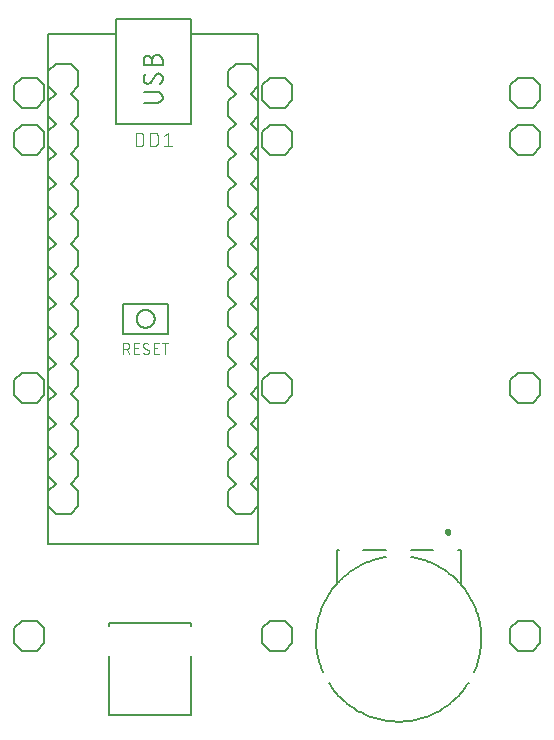
<source format=gbr>
G04 EAGLE Gerber RS-274X export*
G75*
%MOMM*%
%FSLAX34Y34*%
%LPD*%
%INSilkscreen Top*%
%IPPOS*%
%AMOC8*
5,1,8,0,0,1.08239X$1,22.5*%
G01*
%ADD10C,0.152400*%
%ADD11C,0.127000*%
%ADD12C,0.300000*%
%ADD13C,0.076200*%
%ADD14C,0.101600*%


D10*
X70650Y521700D02*
X83350Y521700D01*
X89700Y515350D01*
X89700Y502650D01*
X83350Y496300D01*
X64300Y502650D02*
X64300Y515350D01*
X70650Y521700D01*
X64300Y502650D02*
X70650Y496300D01*
X83350Y496300D01*
X83350Y61700D02*
X70650Y61700D01*
X83350Y61700D02*
X89700Y55350D01*
X89700Y42650D01*
X83350Y36300D01*
X64300Y42650D02*
X64300Y55350D01*
X70650Y61700D01*
X64300Y42650D02*
X70650Y36300D01*
X83350Y36300D01*
X280650Y61700D02*
X293350Y61700D01*
X299700Y55350D01*
X299700Y42650D01*
X293350Y36300D01*
X274300Y42650D02*
X274300Y55350D01*
X280650Y61700D01*
X274300Y42650D02*
X280650Y36300D01*
X293350Y36300D01*
X490650Y61700D02*
X503350Y61700D01*
X509700Y55350D01*
X509700Y42650D01*
X503350Y36300D01*
X484300Y42650D02*
X484300Y55350D01*
X490650Y61700D01*
X484300Y42650D02*
X490650Y36300D01*
X503350Y36300D01*
X293350Y521700D02*
X280650Y521700D01*
X293350Y521700D02*
X299700Y515350D01*
X299700Y502650D01*
X293350Y496300D01*
X274300Y502650D02*
X274300Y515350D01*
X280650Y521700D01*
X274300Y502650D02*
X280650Y496300D01*
X293350Y496300D01*
X490650Y521700D02*
X503350Y521700D01*
X509700Y515350D01*
X509700Y502650D01*
X503350Y496300D01*
X484300Y502650D02*
X484300Y515350D01*
X490650Y521700D01*
X484300Y502650D02*
X490650Y496300D01*
X503350Y496300D01*
X83350Y481700D02*
X70650Y481700D01*
X83350Y481700D02*
X89700Y475350D01*
X89700Y462650D01*
X83350Y456300D01*
X64300Y462650D02*
X64300Y475350D01*
X70650Y481700D01*
X64300Y462650D02*
X70650Y456300D01*
X83350Y456300D01*
X280650Y481700D02*
X293350Y481700D01*
X299700Y475350D01*
X299700Y462650D01*
X293350Y456300D01*
X274300Y462650D02*
X274300Y475350D01*
X280650Y481700D01*
X274300Y462650D02*
X280650Y456300D01*
X293350Y456300D01*
X490650Y481700D02*
X503350Y481700D01*
X509700Y475350D01*
X509700Y462650D01*
X503350Y456300D01*
X484300Y462650D02*
X484300Y475350D01*
X490650Y481700D01*
X484300Y462650D02*
X490650Y456300D01*
X503350Y456300D01*
X83350Y271700D02*
X70650Y271700D01*
X83350Y271700D02*
X89700Y265350D01*
X89700Y252650D01*
X83350Y246300D01*
X64300Y252650D02*
X64300Y265350D01*
X70650Y271700D01*
X64300Y252650D02*
X70650Y246300D01*
X83350Y246300D01*
X280650Y271700D02*
X293350Y271700D01*
X299700Y265350D01*
X299700Y252650D01*
X293350Y246300D01*
X274300Y252650D02*
X274300Y265350D01*
X280650Y271700D01*
X274300Y252650D02*
X280650Y246300D01*
X293350Y246300D01*
X490650Y271700D02*
X503350Y271700D01*
X509700Y265350D01*
X509700Y252650D01*
X503350Y246300D01*
X484300Y252650D02*
X484300Y265350D01*
X490650Y271700D01*
X484300Y252650D02*
X490650Y246300D01*
X503350Y246300D01*
D11*
X449050Y9300D02*
X448131Y7864D01*
X447177Y6450D01*
X446189Y5061D01*
X445168Y3695D01*
X444113Y2355D01*
X443026Y1042D01*
X441907Y-245D01*
X440757Y-1504D01*
X439577Y-2735D01*
X438367Y-3936D01*
X437128Y-5108D01*
X435861Y-6249D01*
X434566Y-7358D01*
X433244Y-8436D01*
X431897Y-9481D01*
X430524Y-10493D01*
X429127Y-11471D01*
X427707Y-12414D01*
X426264Y-13323D01*
X424799Y-14196D01*
X423314Y-15033D01*
X421808Y-15834D01*
X420283Y-16597D01*
X418741Y-17323D01*
X417180Y-18011D01*
X415604Y-18661D01*
X414012Y-19272D01*
X412405Y-19844D01*
X410786Y-20376D01*
X409153Y-20869D01*
X407509Y-21322D01*
X405855Y-21734D01*
X404190Y-22106D01*
X402518Y-22438D01*
X400837Y-22728D01*
X399151Y-22977D01*
X397458Y-23185D01*
X395761Y-23351D01*
X394060Y-23476D01*
X392357Y-23559D01*
X390653Y-23601D01*
X388947Y-23601D01*
X387243Y-23559D01*
X385540Y-23476D01*
X383839Y-23351D01*
X382142Y-23185D01*
X380449Y-22977D01*
X378763Y-22728D01*
X377082Y-22438D01*
X375410Y-22106D01*
X373745Y-21734D01*
X372091Y-21322D01*
X370447Y-20869D01*
X368814Y-20376D01*
X367195Y-19844D01*
X365588Y-19272D01*
X363996Y-18661D01*
X362420Y-18011D01*
X360859Y-17323D01*
X359317Y-16597D01*
X357792Y-15834D01*
X356286Y-15033D01*
X354801Y-14196D01*
X353336Y-13323D01*
X351893Y-12414D01*
X350473Y-11471D01*
X349076Y-10493D01*
X347703Y-9481D01*
X346356Y-8436D01*
X345034Y-7358D01*
X343739Y-6249D01*
X342472Y-5108D01*
X341233Y-3936D01*
X340023Y-2735D01*
X338843Y-1504D01*
X337693Y-245D01*
X336574Y1042D01*
X335487Y2355D01*
X334432Y3695D01*
X333411Y5061D01*
X332423Y6450D01*
X331469Y7864D01*
X330550Y9300D01*
X454000Y18700D02*
X454662Y20275D01*
X455285Y21865D01*
X455870Y23470D01*
X456415Y25089D01*
X456920Y26721D01*
X457386Y28364D01*
X457811Y30019D01*
X458196Y31683D01*
X458540Y33356D01*
X458843Y35037D01*
X459105Y36725D01*
X459325Y38419D01*
X459504Y40118D01*
X459642Y41821D01*
X459738Y43526D01*
X459792Y45234D01*
X459805Y46942D01*
X459776Y48650D01*
X459706Y50356D01*
X459593Y52061D01*
X459439Y53762D01*
X459244Y55459D01*
X459007Y57151D01*
X458730Y58836D01*
X458411Y60514D01*
X458051Y62184D01*
X457650Y63845D01*
X457209Y65495D01*
X456728Y67134D01*
X456207Y68761D01*
X455647Y70375D01*
X455047Y71974D01*
X454409Y73558D01*
X453732Y75127D01*
X453016Y76678D01*
X452264Y78211D01*
X451474Y79726D01*
X450647Y81221D01*
X449784Y82695D01*
X448885Y84148D01*
X447952Y85578D01*
X446983Y86985D01*
X445981Y88368D01*
X444945Y89726D01*
X443876Y91059D01*
X442775Y92365D01*
X441642Y93644D01*
X440479Y94894D01*
X439285Y96116D01*
X438062Y97309D01*
X436810Y98471D01*
X435530Y99602D01*
X434223Y100702D01*
X432890Y101769D01*
X431530Y102804D01*
X430146Y103805D01*
X428738Y104772D01*
X427307Y105705D01*
X425853Y106602D01*
X424378Y107463D01*
X422883Y108289D01*
X421367Y109077D01*
X419833Y109828D01*
X418281Y110542D01*
X416712Y111217D01*
X415127Y111854D01*
X413527Y112452D01*
X411913Y113011D01*
X410286Y113531D01*
X408646Y114010D01*
X406995Y114449D01*
X405334Y114848D01*
X403664Y115206D01*
X401986Y115524D01*
X400300Y115800D01*
X379300Y115800D02*
X377614Y115524D01*
X375936Y115206D01*
X374266Y114848D01*
X372605Y114449D01*
X370954Y114010D01*
X369314Y113531D01*
X367687Y113011D01*
X366073Y112452D01*
X364473Y111854D01*
X362888Y111217D01*
X361319Y110542D01*
X359767Y109828D01*
X358233Y109077D01*
X356717Y108289D01*
X355222Y107463D01*
X353747Y106602D01*
X352293Y105705D01*
X350862Y104772D01*
X349454Y103805D01*
X348070Y102804D01*
X346710Y101769D01*
X345377Y100702D01*
X344070Y99602D01*
X342790Y98471D01*
X341538Y97309D01*
X340315Y96116D01*
X339121Y94894D01*
X337958Y93644D01*
X336825Y92365D01*
X335724Y91059D01*
X334655Y89726D01*
X333619Y88368D01*
X332617Y86985D01*
X331648Y85578D01*
X330715Y84148D01*
X329816Y82695D01*
X328953Y81221D01*
X328126Y79726D01*
X327336Y78211D01*
X326584Y76678D01*
X325868Y75127D01*
X325191Y73558D01*
X324553Y71974D01*
X323953Y70375D01*
X323393Y68761D01*
X322872Y67134D01*
X322391Y65495D01*
X321950Y63845D01*
X321549Y62184D01*
X321189Y60514D01*
X320870Y58836D01*
X320593Y57151D01*
X320356Y55459D01*
X320161Y53762D01*
X320007Y52061D01*
X319894Y50356D01*
X319824Y48650D01*
X319795Y46942D01*
X319808Y45234D01*
X319862Y43526D01*
X319958Y41821D01*
X320096Y40118D01*
X320275Y38419D01*
X320495Y36725D01*
X320757Y35037D01*
X321060Y33356D01*
X321404Y31683D01*
X321789Y30019D01*
X322214Y28364D01*
X322680Y26721D01*
X323185Y25089D01*
X323730Y23470D01*
X324315Y21865D01*
X324938Y20275D01*
X325600Y18700D01*
X442300Y92900D02*
X442300Y121600D01*
X440400Y121600D01*
X419100Y121600D02*
X400400Y121600D01*
X379200Y121600D02*
X360500Y121600D01*
X359900Y121700D01*
X339200Y121600D02*
X337300Y121600D01*
X337300Y92900D01*
D12*
X430800Y136600D02*
X430802Y136663D01*
X430808Y136725D01*
X430818Y136787D01*
X430831Y136849D01*
X430849Y136909D01*
X430870Y136968D01*
X430895Y137026D01*
X430924Y137082D01*
X430956Y137136D01*
X430991Y137188D01*
X431029Y137237D01*
X431071Y137285D01*
X431115Y137329D01*
X431163Y137371D01*
X431212Y137409D01*
X431264Y137444D01*
X431318Y137476D01*
X431374Y137505D01*
X431432Y137530D01*
X431491Y137551D01*
X431551Y137569D01*
X431613Y137582D01*
X431675Y137592D01*
X431737Y137598D01*
X431800Y137600D01*
X431863Y137598D01*
X431925Y137592D01*
X431987Y137582D01*
X432049Y137569D01*
X432109Y137551D01*
X432168Y137530D01*
X432226Y137505D01*
X432282Y137476D01*
X432336Y137444D01*
X432388Y137409D01*
X432437Y137371D01*
X432485Y137329D01*
X432529Y137285D01*
X432571Y137237D01*
X432609Y137188D01*
X432644Y137136D01*
X432676Y137082D01*
X432705Y137026D01*
X432730Y136968D01*
X432751Y136909D01*
X432769Y136849D01*
X432782Y136787D01*
X432792Y136725D01*
X432798Y136663D01*
X432800Y136600D01*
X432798Y136537D01*
X432792Y136475D01*
X432782Y136413D01*
X432769Y136351D01*
X432751Y136291D01*
X432730Y136232D01*
X432705Y136174D01*
X432676Y136118D01*
X432644Y136064D01*
X432609Y136012D01*
X432571Y135963D01*
X432529Y135915D01*
X432485Y135871D01*
X432437Y135829D01*
X432388Y135791D01*
X432336Y135756D01*
X432282Y135724D01*
X432226Y135695D01*
X432168Y135670D01*
X432109Y135649D01*
X432049Y135631D01*
X431987Y135618D01*
X431925Y135608D01*
X431863Y135602D01*
X431800Y135600D01*
X431737Y135602D01*
X431675Y135608D01*
X431613Y135618D01*
X431551Y135631D01*
X431491Y135649D01*
X431432Y135670D01*
X431374Y135695D01*
X431318Y135724D01*
X431264Y135756D01*
X431212Y135791D01*
X431163Y135829D01*
X431115Y135871D01*
X431071Y135915D01*
X431029Y135963D01*
X430991Y136012D01*
X430956Y136064D01*
X430924Y136118D01*
X430895Y136174D01*
X430870Y136232D01*
X430849Y136291D01*
X430831Y136351D01*
X430818Y136413D01*
X430808Y136475D01*
X430802Y136537D01*
X430800Y136600D01*
D11*
X213900Y32200D02*
X213900Y-18300D01*
X144900Y-18300D01*
X144900Y32200D01*
X213900Y57200D02*
X213900Y60200D01*
X144900Y60200D01*
X144900Y57200D01*
X264550Y152500D02*
X270900Y158850D01*
X270900Y171550D02*
X264550Y177900D01*
X270900Y196950D02*
X264550Y203300D01*
X270900Y209650D01*
X264550Y228700D02*
X270900Y235050D01*
X270900Y247750D02*
X264550Y254100D01*
X270900Y260450D01*
X270900Y273150D02*
X264550Y279500D01*
X270900Y285850D01*
X270900Y298550D02*
X264550Y304900D01*
X270900Y311250D01*
X270900Y323950D02*
X264550Y330300D01*
X270900Y336650D01*
X270900Y349350D02*
X264550Y355700D01*
X270900Y362050D01*
X270900Y374750D02*
X264550Y381100D01*
X270900Y400150D02*
X264550Y406500D01*
X270900Y412850D01*
X270900Y425550D02*
X264550Y431900D01*
X270900Y438250D01*
X270900Y450950D02*
X264550Y457300D01*
X251850Y457300D02*
X245500Y450950D01*
X245500Y438250D01*
X251850Y431900D01*
X245500Y425550D01*
X245500Y412850D01*
X251850Y406500D01*
X245500Y400150D01*
X245500Y387450D01*
X251850Y381100D01*
X245500Y374750D01*
X245500Y362050D01*
X251850Y355700D01*
X245500Y349350D01*
X245500Y336650D01*
X251850Y330300D01*
X245500Y323950D01*
X245500Y311250D01*
X251850Y304900D01*
X245500Y298550D01*
X245500Y285850D01*
X251850Y279500D01*
X245500Y273150D01*
X245500Y260450D01*
X251850Y254100D01*
X245500Y247750D01*
X245500Y235050D01*
X251850Y228700D01*
X245500Y222350D01*
X245500Y209650D01*
X251850Y203300D01*
X245500Y196950D01*
X245500Y184250D01*
X251850Y177900D01*
X245500Y171550D01*
X245500Y158850D01*
X251850Y152500D01*
X118500Y158850D02*
X112150Y152500D01*
X118500Y450950D02*
X112150Y457300D01*
X93100Y158850D02*
X99450Y152500D01*
X93100Y450950D02*
X99450Y457300D01*
X270900Y184250D02*
X270900Y127100D01*
X270900Y184250D02*
X270900Y222350D01*
X270900Y387450D01*
X93100Y425550D02*
X93100Y438250D01*
X93100Y425550D02*
X93100Y412850D01*
X93100Y400150D01*
X93100Y387450D01*
X93100Y374750D01*
X93100Y362050D01*
X93100Y349350D01*
X93100Y336650D01*
X93100Y323950D01*
X93100Y311250D01*
X93100Y298550D01*
X93100Y285850D01*
X93100Y273150D01*
X93100Y260450D01*
X93100Y247750D01*
X93100Y235050D01*
X93100Y222350D01*
X93100Y209650D01*
X93100Y196950D01*
X93100Y184250D01*
X93100Y171550D01*
X264550Y381100D02*
X270900Y387450D01*
X270900Y184250D02*
X264550Y177900D01*
X270900Y222350D02*
X264550Y228700D01*
X99450Y431900D02*
X93100Y438250D01*
X99450Y431900D02*
X93100Y425550D01*
X93100Y412850D02*
X99450Y406500D01*
X93100Y400150D01*
X93100Y387450D02*
X99450Y381100D01*
X93100Y374750D01*
X93100Y362050D02*
X99450Y355700D01*
X93100Y349350D01*
X93100Y336650D02*
X99450Y330300D01*
X93100Y323950D01*
X93100Y311250D02*
X99450Y304900D01*
X93100Y298550D01*
X93100Y285850D02*
X99450Y279500D01*
X93100Y273150D01*
X93100Y260450D02*
X99450Y254100D01*
X93100Y247750D01*
X93100Y235050D02*
X99450Y228700D01*
X93100Y222350D01*
X93100Y209650D02*
X99450Y203300D01*
X93100Y196950D01*
X118500Y438250D02*
X118500Y450950D01*
X118500Y438250D02*
X112150Y431900D01*
X118500Y425550D01*
X118500Y412850D01*
X112150Y406500D01*
X118500Y400150D01*
X118500Y387450D01*
X112150Y381100D01*
X118500Y374750D01*
X118500Y362050D01*
X112150Y355700D01*
X118500Y349350D01*
X118500Y336650D01*
X112150Y330300D01*
X118500Y323950D01*
X118500Y311250D01*
X112150Y304900D01*
X118500Y298550D01*
X118500Y285850D01*
X112150Y279500D01*
X118500Y273150D01*
X118500Y260450D01*
X112150Y254100D01*
X118500Y247750D01*
X118500Y235050D01*
X112150Y228700D01*
X118500Y222350D01*
X118500Y209650D01*
X112150Y203300D01*
X118500Y196950D01*
X118500Y184250D01*
X112150Y177900D01*
X118500Y171550D01*
X118500Y158850D01*
X99450Y177900D02*
X93100Y171550D01*
X99450Y177900D02*
X93100Y184250D01*
X270900Y387450D02*
X270900Y463650D01*
X270900Y476350D01*
X270900Y489050D01*
X270900Y501750D01*
X270900Y514450D01*
X270900Y527150D01*
X270900Y558900D01*
X213750Y558900D01*
X150250Y558900D02*
X93100Y558900D01*
X93100Y527150D01*
X93100Y514450D01*
X93100Y501750D01*
X93100Y489050D01*
X93100Y476350D01*
X93100Y463650D01*
X93100Y438250D01*
X213750Y127100D02*
X270900Y127100D01*
X213750Y127100D02*
X150250Y127100D01*
X93100Y127100D01*
X93100Y171550D01*
X264550Y457300D02*
X270900Y463650D01*
X270900Y476350D02*
X264550Y482700D01*
X270900Y489050D01*
X270900Y501750D02*
X264550Y508100D01*
X270900Y514450D01*
X270900Y527150D02*
X264550Y533500D01*
X251850Y533500D01*
X245500Y527150D01*
X245500Y514450D01*
X251850Y508100D01*
X245500Y501750D01*
X245500Y489050D01*
X251850Y482700D01*
X245500Y476350D01*
X245500Y463650D01*
X251850Y457300D01*
X251850Y152500D02*
X264550Y152500D01*
X112150Y152500D02*
X99450Y152500D01*
X112150Y457300D02*
X118500Y463650D01*
X118500Y476350D01*
X112150Y482700D01*
X118500Y489050D01*
X118500Y501750D01*
X112150Y508100D01*
X118500Y514450D01*
X118500Y527150D01*
X112150Y533500D01*
X99450Y533500D01*
X93100Y527150D01*
X93100Y514450D02*
X99450Y508100D01*
X93100Y501750D01*
X93100Y489050D02*
X99450Y482700D01*
X93100Y476350D01*
X93100Y463650D02*
X99450Y457300D01*
X213750Y482700D02*
X213750Y558900D01*
X213750Y482700D02*
X150250Y482700D01*
X150250Y558900D01*
D10*
X173872Y500548D02*
X185612Y500548D01*
X185612Y500547D02*
X185745Y500549D01*
X185877Y500555D01*
X186009Y500565D01*
X186141Y500578D01*
X186273Y500596D01*
X186403Y500617D01*
X186534Y500642D01*
X186663Y500671D01*
X186791Y500704D01*
X186919Y500740D01*
X187045Y500780D01*
X187170Y500824D01*
X187294Y500872D01*
X187416Y500923D01*
X187537Y500978D01*
X187656Y501036D01*
X187774Y501098D01*
X187889Y501163D01*
X188003Y501232D01*
X188114Y501303D01*
X188223Y501379D01*
X188330Y501457D01*
X188435Y501538D01*
X188537Y501623D01*
X188637Y501710D01*
X188734Y501800D01*
X188829Y501893D01*
X188920Y501989D01*
X189009Y502087D01*
X189095Y502188D01*
X189178Y502292D01*
X189258Y502398D01*
X189334Y502506D01*
X189408Y502616D01*
X189478Y502729D01*
X189545Y502843D01*
X189608Y502960D01*
X189668Y503078D01*
X189725Y503198D01*
X189778Y503320D01*
X189827Y503443D01*
X189873Y503567D01*
X189915Y503693D01*
X189953Y503820D01*
X189988Y503948D01*
X190019Y504077D01*
X190046Y504206D01*
X190069Y504337D01*
X190089Y504468D01*
X190104Y504600D01*
X190116Y504732D01*
X190124Y504864D01*
X190128Y504997D01*
X190128Y505129D01*
X190124Y505262D01*
X190116Y505394D01*
X190104Y505526D01*
X190089Y505658D01*
X190069Y505789D01*
X190046Y505920D01*
X190019Y506049D01*
X189988Y506178D01*
X189953Y506306D01*
X189915Y506433D01*
X189873Y506559D01*
X189827Y506683D01*
X189778Y506806D01*
X189725Y506928D01*
X189668Y507048D01*
X189608Y507166D01*
X189545Y507283D01*
X189478Y507397D01*
X189408Y507510D01*
X189334Y507620D01*
X189258Y507728D01*
X189178Y507834D01*
X189095Y507938D01*
X189009Y508039D01*
X188920Y508137D01*
X188829Y508233D01*
X188734Y508326D01*
X188637Y508416D01*
X188537Y508503D01*
X188435Y508588D01*
X188330Y508669D01*
X188223Y508747D01*
X188114Y508823D01*
X188003Y508894D01*
X187889Y508963D01*
X187774Y509028D01*
X187656Y509090D01*
X187537Y509148D01*
X187416Y509203D01*
X187294Y509254D01*
X187170Y509302D01*
X187045Y509346D01*
X186919Y509386D01*
X186791Y509422D01*
X186663Y509455D01*
X186534Y509484D01*
X186403Y509509D01*
X186273Y509530D01*
X186141Y509548D01*
X186009Y509561D01*
X185877Y509571D01*
X185745Y509577D01*
X185612Y509579D01*
X173872Y509579D01*
X186516Y525210D02*
X186634Y525208D01*
X186752Y525202D01*
X186870Y525193D01*
X186987Y525179D01*
X187104Y525162D01*
X187221Y525141D01*
X187336Y525116D01*
X187451Y525087D01*
X187565Y525054D01*
X187677Y525018D01*
X187788Y524978D01*
X187898Y524935D01*
X188007Y524888D01*
X188114Y524838D01*
X188219Y524783D01*
X188322Y524726D01*
X188423Y524665D01*
X188523Y524601D01*
X188620Y524534D01*
X188715Y524464D01*
X188807Y524390D01*
X188898Y524314D01*
X188985Y524234D01*
X189070Y524152D01*
X189152Y524067D01*
X189232Y523980D01*
X189308Y523889D01*
X189382Y523797D01*
X189452Y523702D01*
X189519Y523605D01*
X189583Y523505D01*
X189644Y523404D01*
X189701Y523301D01*
X189756Y523196D01*
X189806Y523089D01*
X189853Y522980D01*
X189896Y522870D01*
X189936Y522759D01*
X189972Y522647D01*
X190005Y522533D01*
X190034Y522418D01*
X190059Y522303D01*
X190080Y522186D01*
X190097Y522069D01*
X190111Y521952D01*
X190120Y521834D01*
X190126Y521716D01*
X190128Y521598D01*
X190126Y521415D01*
X190119Y521233D01*
X190108Y521051D01*
X190093Y520869D01*
X190073Y520687D01*
X190050Y520506D01*
X190021Y520326D01*
X189989Y520146D01*
X189952Y519967D01*
X189911Y519790D01*
X189865Y519613D01*
X189816Y519437D01*
X189762Y519263D01*
X189704Y519089D01*
X189642Y518918D01*
X189576Y518748D01*
X189505Y518579D01*
X189431Y518412D01*
X189353Y518247D01*
X189271Y518084D01*
X189185Y517923D01*
X189095Y517764D01*
X189001Y517607D01*
X188904Y517453D01*
X188803Y517301D01*
X188698Y517151D01*
X188590Y517004D01*
X188479Y516860D01*
X188364Y516718D01*
X188245Y516579D01*
X188123Y516443D01*
X187998Y516310D01*
X187870Y516180D01*
X177484Y516631D02*
X177366Y516633D01*
X177248Y516639D01*
X177130Y516648D01*
X177013Y516662D01*
X176896Y516679D01*
X176779Y516700D01*
X176664Y516725D01*
X176549Y516754D01*
X176435Y516787D01*
X176323Y516823D01*
X176212Y516863D01*
X176102Y516906D01*
X175993Y516953D01*
X175886Y517003D01*
X175781Y517058D01*
X175678Y517115D01*
X175577Y517176D01*
X175477Y517240D01*
X175380Y517307D01*
X175285Y517377D01*
X175193Y517451D01*
X175102Y517527D01*
X175015Y517607D01*
X174930Y517689D01*
X174848Y517774D01*
X174768Y517861D01*
X174692Y517952D01*
X174618Y518044D01*
X174548Y518139D01*
X174481Y518236D01*
X174417Y518336D01*
X174356Y518437D01*
X174299Y518540D01*
X174244Y518645D01*
X174194Y518752D01*
X174147Y518861D01*
X174104Y518971D01*
X174064Y519082D01*
X174028Y519194D01*
X173995Y519308D01*
X173966Y519423D01*
X173941Y519538D01*
X173920Y519655D01*
X173903Y519772D01*
X173889Y519889D01*
X173880Y520007D01*
X173874Y520125D01*
X173872Y520243D01*
X173874Y520404D01*
X173880Y520566D01*
X173889Y520727D01*
X173903Y520888D01*
X173920Y521048D01*
X173941Y521208D01*
X173966Y521368D01*
X173995Y521527D01*
X174027Y521685D01*
X174063Y521842D01*
X174103Y521998D01*
X174147Y522154D01*
X174195Y522308D01*
X174246Y522461D01*
X174300Y522613D01*
X174359Y522764D01*
X174420Y522913D01*
X174486Y523060D01*
X174555Y523206D01*
X174627Y523351D01*
X174703Y523493D01*
X174782Y523634D01*
X174864Y523773D01*
X174950Y523909D01*
X175039Y524044D01*
X175131Y524177D01*
X175227Y524307D01*
X180645Y518436D02*
X180583Y518335D01*
X180518Y518235D01*
X180449Y518138D01*
X180377Y518043D01*
X180303Y517950D01*
X180225Y517860D01*
X180144Y517772D01*
X180061Y517687D01*
X179975Y517605D01*
X179886Y517526D01*
X179795Y517449D01*
X179701Y517376D01*
X179605Y517305D01*
X179507Y517238D01*
X179407Y517174D01*
X179304Y517113D01*
X179200Y517056D01*
X179094Y517002D01*
X178986Y516952D01*
X178877Y516905D01*
X178766Y516861D01*
X178654Y516821D01*
X178540Y516785D01*
X178426Y516753D01*
X178310Y516724D01*
X178194Y516699D01*
X178077Y516678D01*
X177959Y516661D01*
X177841Y516647D01*
X177722Y516638D01*
X177603Y516632D01*
X177484Y516630D01*
X183355Y523404D02*
X183417Y523505D01*
X183482Y523605D01*
X183551Y523702D01*
X183623Y523797D01*
X183697Y523890D01*
X183775Y523980D01*
X183856Y524068D01*
X183939Y524153D01*
X184025Y524235D01*
X184114Y524314D01*
X184205Y524391D01*
X184299Y524464D01*
X184395Y524535D01*
X184493Y524602D01*
X184593Y524666D01*
X184696Y524727D01*
X184800Y524784D01*
X184906Y524838D01*
X185014Y524888D01*
X185123Y524935D01*
X185234Y524979D01*
X185346Y525019D01*
X185460Y525055D01*
X185574Y525087D01*
X185690Y525116D01*
X185806Y525141D01*
X185923Y525162D01*
X186041Y525179D01*
X186159Y525193D01*
X186278Y525202D01*
X186397Y525208D01*
X186516Y525210D01*
X183355Y523404D02*
X180645Y518437D01*
X181097Y532021D02*
X181097Y536537D01*
X181096Y536537D02*
X181098Y536670D01*
X181104Y536802D01*
X181114Y536934D01*
X181127Y537066D01*
X181145Y537198D01*
X181166Y537328D01*
X181191Y537459D01*
X181220Y537588D01*
X181253Y537716D01*
X181289Y537844D01*
X181329Y537970D01*
X181373Y538095D01*
X181421Y538219D01*
X181472Y538341D01*
X181527Y538462D01*
X181585Y538581D01*
X181647Y538699D01*
X181712Y538814D01*
X181781Y538928D01*
X181852Y539039D01*
X181928Y539148D01*
X182006Y539255D01*
X182087Y539360D01*
X182172Y539462D01*
X182259Y539562D01*
X182349Y539659D01*
X182442Y539754D01*
X182538Y539845D01*
X182636Y539934D01*
X182737Y540020D01*
X182841Y540103D01*
X182947Y540183D01*
X183055Y540259D01*
X183165Y540333D01*
X183278Y540403D01*
X183392Y540470D01*
X183509Y540533D01*
X183627Y540593D01*
X183747Y540650D01*
X183869Y540703D01*
X183992Y540752D01*
X184116Y540798D01*
X184242Y540840D01*
X184369Y540878D01*
X184497Y540913D01*
X184626Y540944D01*
X184755Y540971D01*
X184886Y540994D01*
X185017Y541014D01*
X185149Y541029D01*
X185281Y541041D01*
X185413Y541049D01*
X185546Y541053D01*
X185678Y541053D01*
X185811Y541049D01*
X185943Y541041D01*
X186075Y541029D01*
X186207Y541014D01*
X186338Y540994D01*
X186469Y540971D01*
X186598Y540944D01*
X186727Y540913D01*
X186855Y540878D01*
X186982Y540840D01*
X187108Y540798D01*
X187232Y540752D01*
X187355Y540703D01*
X187477Y540650D01*
X187597Y540593D01*
X187715Y540533D01*
X187832Y540470D01*
X187946Y540403D01*
X188059Y540333D01*
X188169Y540259D01*
X188277Y540183D01*
X188383Y540103D01*
X188487Y540020D01*
X188588Y539934D01*
X188686Y539845D01*
X188782Y539754D01*
X188875Y539659D01*
X188965Y539562D01*
X189052Y539462D01*
X189137Y539360D01*
X189218Y539255D01*
X189296Y539148D01*
X189372Y539039D01*
X189443Y538928D01*
X189512Y538814D01*
X189577Y538699D01*
X189639Y538581D01*
X189697Y538462D01*
X189752Y538341D01*
X189803Y538219D01*
X189851Y538095D01*
X189895Y537970D01*
X189935Y537844D01*
X189971Y537716D01*
X190004Y537588D01*
X190033Y537459D01*
X190058Y537328D01*
X190079Y537198D01*
X190097Y537066D01*
X190110Y536934D01*
X190120Y536802D01*
X190126Y536670D01*
X190128Y536537D01*
X190128Y532021D01*
X173872Y532021D01*
X173872Y536537D01*
X173874Y536656D01*
X173880Y536776D01*
X173890Y536895D01*
X173904Y537013D01*
X173921Y537132D01*
X173943Y537249D01*
X173968Y537366D01*
X173998Y537481D01*
X174031Y537596D01*
X174068Y537710D01*
X174108Y537822D01*
X174153Y537933D01*
X174201Y538042D01*
X174252Y538150D01*
X174307Y538256D01*
X174366Y538360D01*
X174428Y538462D01*
X174493Y538562D01*
X174562Y538660D01*
X174634Y538756D01*
X174709Y538849D01*
X174786Y538939D01*
X174867Y539027D01*
X174951Y539112D01*
X175038Y539194D01*
X175127Y539274D01*
X175219Y539350D01*
X175313Y539424D01*
X175410Y539494D01*
X175508Y539561D01*
X175609Y539625D01*
X175713Y539685D01*
X175818Y539742D01*
X175925Y539795D01*
X176033Y539845D01*
X176143Y539891D01*
X176255Y539933D01*
X176368Y539972D01*
X176482Y540007D01*
X176597Y540038D01*
X176714Y540066D01*
X176831Y540089D01*
X176948Y540109D01*
X177067Y540125D01*
X177186Y540137D01*
X177305Y540145D01*
X177424Y540149D01*
X177544Y540149D01*
X177663Y540145D01*
X177782Y540137D01*
X177901Y540125D01*
X178020Y540109D01*
X178137Y540089D01*
X178254Y540066D01*
X178371Y540038D01*
X178486Y540007D01*
X178600Y539972D01*
X178713Y539933D01*
X178825Y539891D01*
X178935Y539845D01*
X179043Y539795D01*
X179150Y539742D01*
X179255Y539685D01*
X179359Y539625D01*
X179460Y539561D01*
X179558Y539494D01*
X179655Y539424D01*
X179749Y539350D01*
X179841Y539274D01*
X179930Y539194D01*
X180017Y539112D01*
X180101Y539027D01*
X180182Y538939D01*
X180259Y538849D01*
X180334Y538756D01*
X180406Y538660D01*
X180475Y538562D01*
X180540Y538462D01*
X180602Y538360D01*
X180661Y538256D01*
X180716Y538150D01*
X180767Y538042D01*
X180815Y537933D01*
X180860Y537822D01*
X180900Y537710D01*
X180937Y537596D01*
X180970Y537481D01*
X181000Y537366D01*
X181025Y537249D01*
X181047Y537132D01*
X181064Y537013D01*
X181078Y536895D01*
X181088Y536776D01*
X181094Y536656D01*
X181096Y536537D01*
D11*
X213750Y558900D02*
X213750Y571600D01*
X150250Y571600D01*
X150250Y558900D01*
X156600Y330300D02*
X156600Y304900D01*
X194700Y304900D01*
X194700Y330300D01*
X156600Y330300D01*
X168030Y317600D02*
X168032Y317787D01*
X168039Y317974D01*
X168051Y318161D01*
X168067Y318347D01*
X168087Y318533D01*
X168112Y318718D01*
X168142Y318903D01*
X168176Y319087D01*
X168215Y319270D01*
X168258Y319452D01*
X168306Y319632D01*
X168358Y319812D01*
X168415Y319990D01*
X168475Y320167D01*
X168541Y320342D01*
X168610Y320516D01*
X168684Y320688D01*
X168762Y320858D01*
X168844Y321026D01*
X168930Y321192D01*
X169020Y321356D01*
X169114Y321517D01*
X169212Y321677D01*
X169314Y321833D01*
X169420Y321988D01*
X169530Y322139D01*
X169643Y322288D01*
X169760Y322434D01*
X169880Y322577D01*
X170004Y322717D01*
X170131Y322854D01*
X170262Y322988D01*
X170396Y323119D01*
X170533Y323246D01*
X170673Y323370D01*
X170816Y323490D01*
X170962Y323607D01*
X171111Y323720D01*
X171262Y323830D01*
X171417Y323936D01*
X171573Y324038D01*
X171733Y324136D01*
X171894Y324230D01*
X172058Y324320D01*
X172224Y324406D01*
X172392Y324488D01*
X172562Y324566D01*
X172734Y324640D01*
X172908Y324709D01*
X173083Y324775D01*
X173260Y324835D01*
X173438Y324892D01*
X173618Y324944D01*
X173798Y324992D01*
X173980Y325035D01*
X174163Y325074D01*
X174347Y325108D01*
X174532Y325138D01*
X174717Y325163D01*
X174903Y325183D01*
X175089Y325199D01*
X175276Y325211D01*
X175463Y325218D01*
X175650Y325220D01*
X175837Y325218D01*
X176024Y325211D01*
X176211Y325199D01*
X176397Y325183D01*
X176583Y325163D01*
X176768Y325138D01*
X176953Y325108D01*
X177137Y325074D01*
X177320Y325035D01*
X177502Y324992D01*
X177682Y324944D01*
X177862Y324892D01*
X178040Y324835D01*
X178217Y324775D01*
X178392Y324709D01*
X178566Y324640D01*
X178738Y324566D01*
X178908Y324488D01*
X179076Y324406D01*
X179242Y324320D01*
X179406Y324230D01*
X179567Y324136D01*
X179727Y324038D01*
X179883Y323936D01*
X180038Y323830D01*
X180189Y323720D01*
X180338Y323607D01*
X180484Y323490D01*
X180627Y323370D01*
X180767Y323246D01*
X180904Y323119D01*
X181038Y322988D01*
X181169Y322854D01*
X181296Y322717D01*
X181420Y322577D01*
X181540Y322434D01*
X181657Y322288D01*
X181770Y322139D01*
X181880Y321988D01*
X181986Y321833D01*
X182088Y321677D01*
X182186Y321517D01*
X182280Y321356D01*
X182370Y321192D01*
X182456Y321026D01*
X182538Y320858D01*
X182616Y320688D01*
X182690Y320516D01*
X182759Y320342D01*
X182825Y320167D01*
X182885Y319990D01*
X182942Y319812D01*
X182994Y319632D01*
X183042Y319452D01*
X183085Y319270D01*
X183124Y319087D01*
X183158Y318903D01*
X183188Y318718D01*
X183213Y318533D01*
X183233Y318347D01*
X183249Y318161D01*
X183261Y317974D01*
X183268Y317787D01*
X183270Y317600D01*
X183268Y317413D01*
X183261Y317226D01*
X183249Y317039D01*
X183233Y316853D01*
X183213Y316667D01*
X183188Y316482D01*
X183158Y316297D01*
X183124Y316113D01*
X183085Y315930D01*
X183042Y315748D01*
X182994Y315568D01*
X182942Y315388D01*
X182885Y315210D01*
X182825Y315033D01*
X182759Y314858D01*
X182690Y314684D01*
X182616Y314512D01*
X182538Y314342D01*
X182456Y314174D01*
X182370Y314008D01*
X182280Y313844D01*
X182186Y313683D01*
X182088Y313523D01*
X181986Y313367D01*
X181880Y313212D01*
X181770Y313061D01*
X181657Y312912D01*
X181540Y312766D01*
X181420Y312623D01*
X181296Y312483D01*
X181169Y312346D01*
X181038Y312212D01*
X180904Y312081D01*
X180767Y311954D01*
X180627Y311830D01*
X180484Y311710D01*
X180338Y311593D01*
X180189Y311480D01*
X180038Y311370D01*
X179883Y311264D01*
X179727Y311162D01*
X179567Y311064D01*
X179406Y310970D01*
X179242Y310880D01*
X179076Y310794D01*
X178908Y310712D01*
X178738Y310634D01*
X178566Y310560D01*
X178392Y310491D01*
X178217Y310425D01*
X178040Y310365D01*
X177862Y310308D01*
X177682Y310256D01*
X177502Y310208D01*
X177320Y310165D01*
X177137Y310126D01*
X176953Y310092D01*
X176768Y310062D01*
X176583Y310037D01*
X176397Y310017D01*
X176211Y310001D01*
X176024Y309989D01*
X175837Y309982D01*
X175650Y309980D01*
X175463Y309982D01*
X175276Y309989D01*
X175089Y310001D01*
X174903Y310017D01*
X174717Y310037D01*
X174532Y310062D01*
X174347Y310092D01*
X174163Y310126D01*
X173980Y310165D01*
X173798Y310208D01*
X173618Y310256D01*
X173438Y310308D01*
X173260Y310365D01*
X173083Y310425D01*
X172908Y310491D01*
X172734Y310560D01*
X172562Y310634D01*
X172392Y310712D01*
X172224Y310794D01*
X172058Y310880D01*
X171894Y310970D01*
X171733Y311064D01*
X171573Y311162D01*
X171417Y311264D01*
X171262Y311370D01*
X171111Y311480D01*
X170962Y311593D01*
X170816Y311710D01*
X170673Y311830D01*
X170533Y311954D01*
X170396Y312081D01*
X170262Y312212D01*
X170131Y312346D01*
X170004Y312483D01*
X169880Y312623D01*
X169760Y312766D01*
X169643Y312912D01*
X169530Y313061D01*
X169420Y313212D01*
X169314Y313367D01*
X169212Y313523D01*
X169114Y313683D01*
X169020Y313844D01*
X168930Y314008D01*
X168844Y314174D01*
X168762Y314342D01*
X168684Y314512D01*
X168610Y314684D01*
X168541Y314858D01*
X168475Y315033D01*
X168415Y315210D01*
X168358Y315388D01*
X168306Y315568D01*
X168258Y315748D01*
X168215Y315930D01*
X168176Y316113D01*
X168142Y316297D01*
X168112Y316482D01*
X168087Y316667D01*
X168067Y316853D01*
X168051Y317039D01*
X168039Y317226D01*
X168032Y317413D01*
X168030Y317600D01*
D13*
X156609Y296899D02*
X156609Y287501D01*
X156609Y296899D02*
X159219Y296899D01*
X159320Y296897D01*
X159421Y296891D01*
X159522Y296881D01*
X159622Y296868D01*
X159722Y296850D01*
X159821Y296829D01*
X159919Y296803D01*
X160016Y296774D01*
X160112Y296742D01*
X160206Y296705D01*
X160299Y296665D01*
X160391Y296621D01*
X160480Y296574D01*
X160568Y296523D01*
X160654Y296469D01*
X160737Y296412D01*
X160819Y296352D01*
X160897Y296288D01*
X160974Y296222D01*
X161047Y296152D01*
X161118Y296080D01*
X161186Y296005D01*
X161251Y295927D01*
X161313Y295847D01*
X161372Y295765D01*
X161428Y295680D01*
X161480Y295593D01*
X161529Y295505D01*
X161575Y295414D01*
X161616Y295322D01*
X161655Y295228D01*
X161689Y295133D01*
X161720Y295037D01*
X161747Y294939D01*
X161771Y294841D01*
X161790Y294741D01*
X161806Y294641D01*
X161818Y294541D01*
X161826Y294440D01*
X161830Y294339D01*
X161830Y294237D01*
X161826Y294136D01*
X161818Y294035D01*
X161806Y293935D01*
X161790Y293835D01*
X161771Y293735D01*
X161747Y293637D01*
X161720Y293539D01*
X161689Y293443D01*
X161655Y293348D01*
X161616Y293254D01*
X161575Y293162D01*
X161529Y293071D01*
X161480Y292983D01*
X161428Y292896D01*
X161372Y292811D01*
X161313Y292729D01*
X161251Y292649D01*
X161186Y292571D01*
X161118Y292496D01*
X161047Y292424D01*
X160974Y292354D01*
X160897Y292288D01*
X160819Y292224D01*
X160737Y292164D01*
X160654Y292107D01*
X160568Y292053D01*
X160480Y292002D01*
X160391Y291955D01*
X160299Y291911D01*
X160206Y291871D01*
X160112Y291834D01*
X160016Y291802D01*
X159919Y291773D01*
X159821Y291747D01*
X159722Y291726D01*
X159622Y291708D01*
X159522Y291695D01*
X159421Y291685D01*
X159320Y291679D01*
X159219Y291677D01*
X159219Y291678D02*
X156609Y291678D01*
X159742Y291678D02*
X161830Y287501D01*
X166018Y287501D02*
X170195Y287501D01*
X166018Y287501D02*
X166018Y296899D01*
X170195Y296899D01*
X169151Y292722D02*
X166018Y292722D01*
X176448Y287501D02*
X176537Y287503D01*
X176625Y287509D01*
X176713Y287518D01*
X176801Y287531D01*
X176888Y287548D01*
X176974Y287568D01*
X177059Y287593D01*
X177144Y287620D01*
X177227Y287652D01*
X177308Y287686D01*
X177388Y287725D01*
X177466Y287766D01*
X177543Y287811D01*
X177617Y287859D01*
X177690Y287910D01*
X177760Y287964D01*
X177827Y288022D01*
X177893Y288082D01*
X177955Y288144D01*
X178015Y288210D01*
X178073Y288277D01*
X178127Y288347D01*
X178178Y288420D01*
X178226Y288494D01*
X178271Y288571D01*
X178312Y288649D01*
X178351Y288729D01*
X178385Y288810D01*
X178417Y288893D01*
X178444Y288978D01*
X178469Y289063D01*
X178489Y289149D01*
X178506Y289236D01*
X178519Y289324D01*
X178528Y289412D01*
X178534Y289500D01*
X178536Y289589D01*
X176448Y287501D02*
X176319Y287503D01*
X176190Y287509D01*
X176061Y287518D01*
X175933Y287531D01*
X175805Y287548D01*
X175678Y287569D01*
X175551Y287593D01*
X175425Y287621D01*
X175300Y287653D01*
X175176Y287688D01*
X175053Y287727D01*
X174931Y287770D01*
X174811Y287816D01*
X174692Y287866D01*
X174574Y287919D01*
X174458Y287975D01*
X174344Y288035D01*
X174231Y288098D01*
X174121Y288165D01*
X174012Y288234D01*
X173906Y288307D01*
X173801Y288383D01*
X173699Y288462D01*
X173600Y288544D01*
X173502Y288628D01*
X173407Y288716D01*
X173315Y288806D01*
X173577Y294811D02*
X173579Y294900D01*
X173585Y294988D01*
X173594Y295076D01*
X173607Y295164D01*
X173624Y295251D01*
X173644Y295337D01*
X173669Y295422D01*
X173696Y295507D01*
X173728Y295590D01*
X173762Y295671D01*
X173801Y295751D01*
X173842Y295829D01*
X173887Y295906D01*
X173935Y295980D01*
X173986Y296053D01*
X174040Y296123D01*
X174098Y296190D01*
X174158Y296256D01*
X174220Y296318D01*
X174286Y296378D01*
X174353Y296436D01*
X174423Y296490D01*
X174496Y296541D01*
X174570Y296589D01*
X174647Y296634D01*
X174725Y296675D01*
X174805Y296714D01*
X174886Y296748D01*
X174969Y296780D01*
X175054Y296807D01*
X175139Y296832D01*
X175225Y296852D01*
X175312Y296869D01*
X175400Y296882D01*
X175488Y296891D01*
X175576Y296897D01*
X175665Y296899D01*
X175785Y296897D01*
X175905Y296892D01*
X176025Y296882D01*
X176144Y296870D01*
X176263Y296853D01*
X176381Y296833D01*
X176499Y296809D01*
X176615Y296782D01*
X176731Y296751D01*
X176846Y296717D01*
X176960Y296679D01*
X177073Y296637D01*
X177184Y296592D01*
X177294Y296544D01*
X177402Y296493D01*
X177509Y296438D01*
X177614Y296380D01*
X177717Y296318D01*
X177818Y296254D01*
X177918Y296186D01*
X178015Y296116D01*
X174621Y292984D02*
X174543Y293032D01*
X174467Y293084D01*
X174394Y293138D01*
X174323Y293196D01*
X174254Y293257D01*
X174188Y293321D01*
X174125Y293388D01*
X174065Y293457D01*
X174008Y293529D01*
X173954Y293603D01*
X173904Y293680D01*
X173856Y293759D01*
X173813Y293839D01*
X173772Y293922D01*
X173736Y294006D01*
X173703Y294091D01*
X173674Y294178D01*
X173648Y294267D01*
X173626Y294356D01*
X173609Y294446D01*
X173595Y294536D01*
X173585Y294628D01*
X173579Y294719D01*
X173577Y294811D01*
X177493Y291416D02*
X177571Y291368D01*
X177647Y291316D01*
X177720Y291262D01*
X177791Y291204D01*
X177860Y291143D01*
X177926Y291079D01*
X177989Y291012D01*
X178049Y290943D01*
X178106Y290871D01*
X178160Y290797D01*
X178210Y290720D01*
X178258Y290641D01*
X178301Y290561D01*
X178342Y290478D01*
X178378Y290394D01*
X178411Y290309D01*
X178440Y290222D01*
X178466Y290133D01*
X178488Y290044D01*
X178505Y289954D01*
X178519Y289864D01*
X178529Y289772D01*
X178535Y289681D01*
X178537Y289589D01*
X177493Y291417D02*
X174621Y292983D01*
X182477Y287501D02*
X186654Y287501D01*
X182477Y287501D02*
X182477Y296899D01*
X186654Y296899D01*
X185610Y292722D02*
X182477Y292722D01*
X192081Y296899D02*
X192081Y287501D01*
X189470Y296899D02*
X194691Y296899D01*
D14*
X167353Y463508D02*
X167353Y475192D01*
X170599Y475192D01*
X170712Y475190D01*
X170825Y475184D01*
X170938Y475174D01*
X171051Y475160D01*
X171163Y475143D01*
X171274Y475121D01*
X171384Y475096D01*
X171494Y475066D01*
X171602Y475033D01*
X171709Y474996D01*
X171815Y474956D01*
X171919Y474911D01*
X172022Y474863D01*
X172123Y474812D01*
X172222Y474757D01*
X172319Y474699D01*
X172414Y474637D01*
X172507Y474572D01*
X172597Y474504D01*
X172685Y474433D01*
X172771Y474358D01*
X172854Y474281D01*
X172934Y474201D01*
X173011Y474118D01*
X173086Y474032D01*
X173157Y473944D01*
X173225Y473854D01*
X173290Y473761D01*
X173352Y473666D01*
X173410Y473569D01*
X173465Y473470D01*
X173516Y473369D01*
X173564Y473266D01*
X173609Y473162D01*
X173649Y473056D01*
X173686Y472949D01*
X173719Y472841D01*
X173749Y472731D01*
X173774Y472621D01*
X173796Y472510D01*
X173813Y472398D01*
X173827Y472285D01*
X173837Y472172D01*
X173843Y472059D01*
X173845Y471946D01*
X173844Y471946D02*
X173844Y466754D01*
X173845Y466754D02*
X173843Y466641D01*
X173837Y466528D01*
X173827Y466415D01*
X173813Y466302D01*
X173796Y466190D01*
X173774Y466079D01*
X173749Y465969D01*
X173719Y465859D01*
X173686Y465751D01*
X173649Y465644D01*
X173609Y465538D01*
X173564Y465434D01*
X173516Y465331D01*
X173465Y465230D01*
X173410Y465131D01*
X173352Y465034D01*
X173290Y464939D01*
X173225Y464846D01*
X173157Y464756D01*
X173086Y464668D01*
X173011Y464582D01*
X172934Y464499D01*
X172854Y464419D01*
X172771Y464342D01*
X172685Y464267D01*
X172597Y464196D01*
X172507Y464128D01*
X172414Y464063D01*
X172319Y464001D01*
X172222Y463943D01*
X172123Y463888D01*
X172022Y463837D01*
X171919Y463789D01*
X171815Y463744D01*
X171709Y463704D01*
X171602Y463667D01*
X171494Y463634D01*
X171384Y463604D01*
X171274Y463579D01*
X171163Y463557D01*
X171051Y463540D01*
X170938Y463526D01*
X170825Y463516D01*
X170712Y463510D01*
X170599Y463508D01*
X167353Y463508D01*
X179545Y463508D02*
X179545Y475192D01*
X182791Y475192D01*
X182904Y475190D01*
X183017Y475184D01*
X183130Y475174D01*
X183243Y475160D01*
X183355Y475143D01*
X183466Y475121D01*
X183576Y475096D01*
X183686Y475066D01*
X183794Y475033D01*
X183901Y474996D01*
X184007Y474956D01*
X184111Y474911D01*
X184214Y474863D01*
X184315Y474812D01*
X184414Y474757D01*
X184511Y474699D01*
X184606Y474637D01*
X184699Y474572D01*
X184789Y474504D01*
X184877Y474433D01*
X184963Y474358D01*
X185046Y474281D01*
X185126Y474201D01*
X185203Y474118D01*
X185278Y474032D01*
X185349Y473944D01*
X185417Y473854D01*
X185482Y473761D01*
X185544Y473666D01*
X185602Y473569D01*
X185657Y473470D01*
X185708Y473369D01*
X185756Y473266D01*
X185801Y473162D01*
X185841Y473056D01*
X185878Y472949D01*
X185911Y472841D01*
X185941Y472731D01*
X185966Y472621D01*
X185988Y472510D01*
X186005Y472398D01*
X186019Y472285D01*
X186029Y472172D01*
X186035Y472059D01*
X186037Y471946D01*
X186036Y471946D02*
X186036Y466754D01*
X186037Y466754D02*
X186035Y466641D01*
X186029Y466528D01*
X186019Y466415D01*
X186005Y466302D01*
X185988Y466190D01*
X185966Y466079D01*
X185941Y465969D01*
X185911Y465859D01*
X185878Y465751D01*
X185841Y465644D01*
X185801Y465538D01*
X185756Y465434D01*
X185708Y465331D01*
X185657Y465230D01*
X185602Y465131D01*
X185544Y465034D01*
X185482Y464939D01*
X185417Y464846D01*
X185349Y464756D01*
X185278Y464668D01*
X185203Y464582D01*
X185126Y464499D01*
X185046Y464419D01*
X184963Y464342D01*
X184877Y464267D01*
X184789Y464196D01*
X184699Y464128D01*
X184606Y464063D01*
X184511Y464001D01*
X184414Y463943D01*
X184315Y463888D01*
X184214Y463837D01*
X184111Y463789D01*
X184007Y463744D01*
X183901Y463704D01*
X183794Y463667D01*
X183686Y463634D01*
X183576Y463604D01*
X183466Y463579D01*
X183355Y463557D01*
X183243Y463540D01*
X183130Y463526D01*
X183017Y463516D01*
X182904Y463510D01*
X182791Y463508D01*
X179545Y463508D01*
X191356Y472596D02*
X194601Y475192D01*
X194601Y463508D01*
X191356Y463508D02*
X197847Y463508D01*
M02*

</source>
